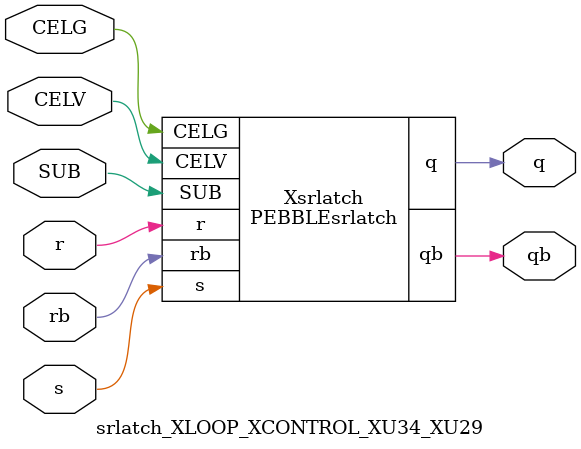
<source format=v>



module PEBBLEsrlatch ( q, qb, CELG, CELV, SUB, r, rb, s );

  input CELV;
  input s;
  output q;
  input rb;
  input r;
  input SUB;
  input CELG;
  output qb;
endmodule

//Celera Confidential Do Not Copy srlatch_XLOOP_XCONTROL_XU34_XU29
//Celera Confidential Symbol Generator
//SR Latch
module srlatch_XLOOP_XCONTROL_XU34_XU29 (CELV,CELG,s,r,rb,q,qb,SUB);
input CELV;
input CELG;
input s;
input r;
input rb;
input SUB;
output q;
output qb;

//Celera Confidential Do Not Copy srlatch
PEBBLEsrlatch Xsrlatch(
.CELV (CELV),
.r (r),
.s (s),
.q (q),
.qb (qb),
.rb (rb),
.SUB (SUB),
.CELG (CELG)
);
//,diesize,PEBBLEsrlatch

//Celera Confidential Do Not Copy Module End
//Celera Schematic Generator
endmodule

</source>
